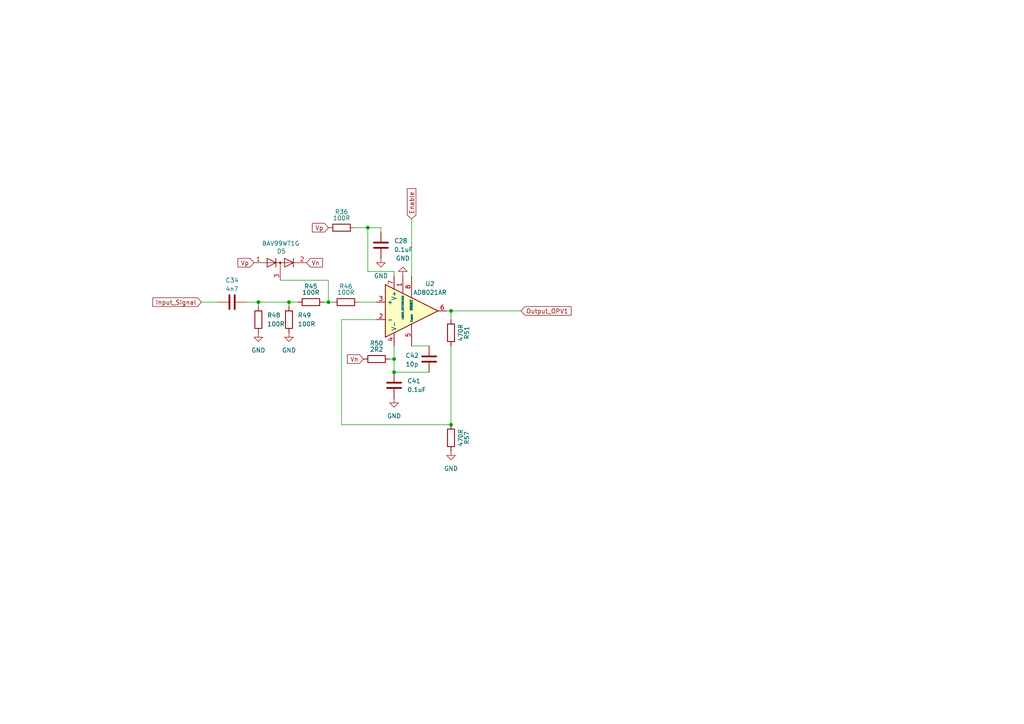
<source format=kicad_sch>
(kicad_sch (version 20231120) (generator "eeschema") (generator_version "8.0")
  (paper "A4")
  (lib_symbols
    (symbol "Amplifier_Operational:AD8021AR"
      (property "Reference" "U" (at 1.27 7.62 0))
      (property "Value" "AD8021AR" (at 1.27 5.08 0))
      (symbol "AD8021AR_0_1"
        (polyline (pts (xy -7.62 7.62) (xy 7.62 0) (xy -7.62 -7.62) (xy -7.62 7.62)) (stroke (width 0.254)) (fill (type background)))
      )
      (symbol "AD8021AR_1_1"
        (pin input line (at -2.54 10.16 270) (length 5.08) (name "LOGIC_REFERENCE") (number "1"))
        (pin input line (at -10.16 -2.54 0) (length 2.54) (name "-") (number "2"))
        (pin input line (at -10.16 2.54 0) (length 2.54) (name "+") (number "3"))
        (pin power_in line (at -5.08 -10.16 90) (length 3.81) (name "V-") (number "4"))
        (pin passive line (at 0 -10.16 90) (length 6.35) (name "C_{COMP}") (number "5"))
        (pin output line (at 10.16 0 180) (length 2.54) (name "~") (number "6"))
        (pin power_in line (at -5.08 10.16 270) (length 3.81) (name "V+") (number "7"))
        (pin input line (at 0 10.16 270) (length 6.35) (name "~{DISABLE}") (number "8"))
      )
    )
    (symbol "Device:C" (pin_numbers hide) (pin_names (offset 0.254))
      (property "Reference" "C" (at 0.635 2.54 0))
      (property "Value" "C" (at 0.635 -2.54 0))
      (symbol "C_0_1"
        (polyline (pts (xy -2.032 -0.762) (xy 2.032 -0.762)) (stroke (width 0.508)))
        (polyline (pts (xy -2.032 0.762) (xy 2.032 0.762)) (stroke (width 0.508)))
      )
      (symbol "C_1_1"
        (pin passive line (at 0 3.81 270) (length 2.794) (name "~") (number "1"))
        (pin passive line (at 0 -3.81 90) (length 2.794) (name "~") (number "2"))
      )
    )
    (symbol "Device:R" (pin_numbers hide) (pin_names (offset 0))
      (property "Reference" "R" (at 2.032 0 90))
      (property "Value" "R" (at 0 0 90))
      (symbol "R_0_1"
        (rectangle (start -1.016 -2.54) (end 1.016 2.54) (stroke (width 0.254)))
      )
      (symbol "R_1_1"
        (pin passive line (at 0 3.81 270) (length 1.27) (name "~") (number "1"))
        (pin passive line (at 0 -3.81 90) (length 1.27) (name "~") (number "2"))
      )
    )
    (symbol "Diode:BAV99" (pin_names hide)
      (property "Reference" "D" (at 0 5.08 0))
      (property "Value" "BAV99" (at 0 2.54 0))
      (symbol "BAV99_0_1"
        (polyline (pts (xy -5.08 0) (xy 5.08 0)))
      )
      (symbol "BAV99_1_1"
        (polyline (pts (xy 0 0) (xy 0 -2.54)))
        (polyline (pts (xy -1.27 -1.27) (xy -1.27 1.27) (xy -1.27 1.27)) (stroke (width 0.2032)))
        (polyline (pts (xy 3.81 1.27) (xy 3.81 -1.27) (xy 3.81 -1.27)) (stroke (width 0.2032)))
        (polyline (pts (xy -3.81 1.27) (xy -1.27 0) (xy -3.81 -1.27) (xy -3.81 1.27) (xy -3.81 1.27) (xy -3.81 1.27)) (stroke (width 0.2032)))
        (polyline (pts (xy 1.27 1.27) (xy 3.81 0) (xy 1.27 -1.27) (xy 1.27 1.27) (xy 1.27 1.27) (xy 1.27 1.27)) (stroke (width 0.2032)))
        (circle (center 0 0) (radius 0.254) (fill (type outline)))
        (pin passive line (at -7.62 0 0) (length 2.54) (name "K") (number "1"))
        (pin passive line (at 7.62 0 180) (length 2.54) (name "A") (number "2"))
        (pin passive line (at 0 -5.08 90) (length 2.54) (name "K") (number "3"))
      )
    )
    (symbol "power:GND" (power) (pin_numbers hide) (pin_names (offset 0) hide)
      (property "Value" "GND" (at 0 -3.81 0))
      (symbol "GND_0_1"
        (polyline (pts (xy 0 0) (xy 0 -1.27) (xy 1.27 -1.27) (xy 0 -2.54) (xy -1.27 -1.27) (xy 0 -1.27)))
      )
      (symbol "GND_1_1"
        (pin power_in line (at 0 0 270) (length 0) (name "~") (number "1"))
      )
    )
  )
  (junction (at 95.25 87.63))
  (junction (at 114.3 104.14))
  (junction (at 74.93 87.63))
  (junction (at 106.68 66.04))
  (junction (at 130.81 123.19))
  (junction (at 130.81 90.17))
  (junction (at 83.82 87.63))
  (junction (at 114.3 107.95))
  (wire (pts (xy 130.81 90.17) (xy 151.13 90.17)))
  (wire (pts (xy 99.06 92.71) (xy 109.22 92.71)))
  (wire (pts (xy 99.06 123.19) (xy 130.81 123.19)))
  (wire (pts (xy 124.46 100.33) (xy 119.38 100.33)))
  (wire (pts (xy 104.14 87.63) (xy 109.22 87.63)))
  (wire (pts (xy 114.3 80.01) (xy 114.3 78.74)))
  (wire (pts (xy 74.93 87.63) (xy 83.82 87.63)))
  (wire (pts (xy 95.25 81.28) (xy 95.25 87.63)))
  (wire (pts (xy 93.98 87.63) (xy 95.25 87.63)))
  (wire (pts (xy 110.49 66.04) (xy 106.68 66.04)))
  (wire (pts (xy 106.68 78.74) (xy 106.68 66.04)))
  (wire (pts (xy 114.3 100.33) (xy 114.3 104.14)))
  (wire (pts (xy 113.03 104.14) (xy 114.3 104.14)))
  (wire (pts (xy 71.12 87.63) (xy 74.93 87.63)))
  (wire (pts (xy 114.3 107.95) (xy 124.46 107.95)))
  (wire (pts (xy 119.38 63.5) (xy 119.38 80.01)))
  (wire (pts (xy 114.3 104.14) (xy 114.3 107.95)))
  (wire (pts (xy 58.42 87.63) (xy 63.5 87.63)))
  (wire (pts (xy 106.68 66.04) (xy 102.87 66.04)))
  (wire (pts (xy 83.82 87.63) (xy 86.36 87.63)))
  (wire (pts (xy 83.82 87.63) (xy 83.82 88.9)))
  (wire (pts (xy 114.3 78.74) (xy 106.68 78.74)))
  (wire (pts (xy 110.49 67.31) (xy 110.49 66.04)))
  (wire (pts (xy 74.93 87.63) (xy 74.93 88.9)))
  (wire (pts (xy 95.25 87.63) (xy 96.52 87.63)))
  (wire (pts (xy 130.81 90.17) (xy 130.81 92.71)))
  (wire (pts (xy 99.06 92.71) (xy 99.06 123.19)))
  (wire (pts (xy 130.81 100.33) (xy 130.81 123.19)))
  (wire (pts (xy 81.28 81.28) (xy 95.25 81.28)))
  (wire (pts (xy 129.54 90.17) (xy 130.81 90.17)))
  (global_label "Vn" (shape input) (at 88.9 76.2 0) (property "Intersheetrefs" "${INTERSHEET_REFS}" (effects (hide yes))))
  (global_label "Vp" (shape input) (at 95.25 66.04 180) (property "Intersheetrefs" "${INTERSHEET_REFS}" (effects (hide yes))))
  (global_label "Output_OPV1" (shape input) (at 151.13 90.17 0) (property "Intersheetrefs" "${INTERSHEET_REFS}" (effects (hide yes))))
  (global_label "Input_Signal" (shape input) (at 58.42 87.63 180) (property "Intersheetrefs" "${INTERSHEET_REFS}" (effects (hide yes))))
  (global_label "Enable" (shape input) (at 119.38 63.5 90) (property "Intersheetrefs" "${INTERSHEET_REFS}" (effects (hide yes))))
  (global_label "Vn" (shape input) (at 105.41 104.14 180) (property "Intersheetrefs" "${INTERSHEET_REFS}" (effects (hide yes))))
  (global_label "Vp" (shape input) (at 73.66 76.2 180) (property "Intersheetrefs" "${INTERSHEET_REFS}" (effects (hide yes))))
  (symbol (lib_id "Diode:BAV99") (at 81.28 76.2 0) (unit 1)
    (property "Reference" "D5" (at 80.264 72.898 0) (effects (justify left)))
    (property "Value" "BAV99WT1G" (at 75.946 70.612 0) (effects (justify left)))
    (property "Footprint" "Package_TO_SOT_SMD:SOT-323_SC-70" (effects (hide yes)))
    (property "Datasheet" "https://assets.nexperia.com/documents/data-sheet/BAV99_SER.pdf" (effects (hide yes)))
    (property "Description" "BAV99 High-speed switching diodes, SOT-23" (effects (hide yes)))
  )
  (symbol (lib_id "Device:C") (at 67.31 87.63 90) (unit 1)
    (property "Reference" "C34" (at 67.31 81.28 90))
    (property "Value" "4n7" (at 67.31 83.82 90))
    (property "Footprint" "Capacitor_SMD:C_0603_1608Metric_Pad1.08x0.95mm_HandSolder" (effects (hide yes)))
    (property "Description" "Unpolarized capacitor" (effects (hide yes)))
  )
  (symbol (lib_id "power:GND") (at 74.93 96.52 0) (unit 1)
    (property "Reference" "#PWR016" (effects (hide yes)))
    (property "Value" "GND" (at 74.93 101.6 0))
    (property "Description" "Power symbol creates a global label with name \"GND\" , ground" (effects (hide yes)))
  )
  (symbol (lib_id "power:GND") (at 114.3 115.57 0) (unit 1)
    (property "Reference" "#PWR019" (effects (hide yes)))
    (property "Value" "GND" (at 114.3 120.65 0))
    (property "Description" "Power symbol creates a global label with name \"GND\" , ground" (effects (hide yes)))
  )
  (symbol (lib_id "power:GND") (at 110.49 74.93 0) (unit 1)
    (property "Reference" "#PWR018" (effects (hide yes)))
    (property "Value" "GND" (at 110.49 80.01 0))
    (property "Description" "Power symbol creates a global label with name \"GND\" , ground" (effects (hide yes)))
  )
  (symbol (lib_id "power:GND") (at 116.84 80.01 180) (unit 1)
    (property "Reference" "#PWR020" (effects (hide yes)))
    (property "Value" "GND" (at 116.84 74.93 0))
    (property "Description" "Power symbol creates a global label with name \"GND\" , ground" (effects (hide yes)))
  )
  (symbol (lib_id "Device:R") (at 130.81 96.52 180) (unit 1)
    (property "Reference" "R51" (at 135.382 96.52 90))
    (property "Value" "470R" (at 133.604 96.52 90))
    (property "Footprint" "Resistor_SMD:R_0603_1608Metric_Pad0.98x0.95mm_HandSolder" (effects (hide yes)))
    (property "Description" "Resistor" (effects (hide yes)))
  )
  (symbol (lib_id "Device:R") (at 90.17 87.63 270) (unit 1)
    (property "Reference" "R45" (at 90.17 83.058 90))
    (property "Value" "100R" (at 90.17 84.836 90))
    (property "Footprint" "Resistor_SMD:R_0603_1608Metric_Pad0.98x0.95mm_HandSolder" (effects (hide yes)))
    (property "Description" "Resistor" (effects (hide yes)))
  )
  (symbol (lib_id "power:GND") (at 130.81 130.81 0) (unit 1)
    (property "Reference" "#PWR021" (effects (hide yes)))
    (property "Value" "GND" (at 130.81 135.89 0))
    (property "Description" "Power symbol creates a global label with name \"GND\" , ground" (effects (hide yes)))
  )
  (symbol (lib_id "Device:R") (at 130.81 127 180) (unit 1)
    (property "Reference" "R57" (at 135.382 127 90))
    (property "Value" "470R" (at 133.604 127 90))
    (property "Footprint" "Resistor_SMD:R_0603_1608Metric_Pad0.98x0.95mm_HandSolder" (effects (hide yes)))
    (property "Description" "Resistor" (effects (hide yes)))
  )
  (symbol (lib_id "Device:R") (at 100.33 87.63 270) (unit 1)
    (property "Reference" "R46" (at 100.33 83.058 90))
    (property "Value" "100R" (at 100.33 84.836 90))
    (property "Footprint" "Resistor_SMD:R_0603_1608Metric_Pad0.98x0.95mm_HandSolder" (effects (hide yes)))
    (property "Description" "Resistor" (effects (hide yes)))
  )
  (symbol (lib_id "Device:R") (at 99.06 66.04 270) (unit 1)
    (property "Reference" "R36" (at 99.06 61.468 90))
    (property "Value" "100R" (at 99.06 63.246 90))
    (property "Footprint" "Resistor_SMD:R_0603_1608Metric_Pad0.98x0.95mm_HandSolder" (effects (hide yes)))
    (property "Description" "Resistor" (effects (hide yes)))
  )
  (symbol (lib_id "Device:C") (at 110.49 71.12 0) (unit 1)
    (property "Reference" "C28" (at 114.3 69.8499 0) (effects (justify left)))
    (property "Value" "0.1uF" (at 114.3 72.3899 0) (effects (justify left)))
    (property "Footprint" "Capacitor_SMD:C_0603_1608Metric_Pad1.08x0.95mm_HandSolder" (effects (hide yes)))
    (property "Description" "Unpolarized capacitor" (effects (hide yes)))
  )
  (symbol (lib_id "Device:C") (at 114.3 111.76 0) (unit 1)
    (property "Reference" "C41" (at 118.11 110.4899 0) (effects (justify left)))
    (property "Value" "0.1uF" (at 118.11 113.0299 0) (effects (justify left)))
    (property "Footprint" "Capacitor_SMD:C_0603_1608Metric_Pad1.08x0.95mm_HandSolder" (effects (hide yes)))
    (property "Description" "Unpolarized capacitor" (effects (hide yes)))
  )
  (symbol (lib_id "Device:R") (at 74.93 92.71 0) (unit 1)
    (property "Reference" "R48" (at 77.47 91.4399 0) (effects (justify left)))
    (property "Value" "100R" (at 77.47 93.9799 0) (effects (justify left)))
    (property "Footprint" "Resistor_SMD:R_0603_1608Metric_Pad0.98x0.95mm_HandSolder" (effects (hide yes)))
    (property "Description" "Resistor" (effects (hide yes)))
  )
  (symbol (lib_id "Device:C") (at 124.46 104.14 0) (unit 1)
    (property "Reference" "C42" (at 117.602 103.124 0) (effects (justify left)))
    (property "Value" "10p" (at 117.602 105.664 0) (effects (justify left)))
    (property "Footprint" "Capacitor_SMD:C_0603_1608Metric_Pad1.08x0.95mm_HandSolder" (effects (hide yes)))
    (property "Description" "Unpolarized capacitor" (effects (hide yes)))
  )
  (symbol (lib_id "Device:R") (at 83.82 92.71 0) (unit 1)
    (property "Reference" "R49" (at 86.36 91.4399 0) (effects (justify left)))
    (property "Value" "100R" (at 86.36 93.9799 0) (effects (justify left)))
    (property "Footprint" "Resistor_SMD:R_0603_1608Metric_Pad0.98x0.95mm_HandSolder" (effects (hide yes)))
    (property "Description" "Resistor" (effects (hide yes)))
  )
  (symbol (lib_id "power:GND") (at 83.82 96.52 0) (unit 1)
    (property "Reference" "#PWR017" (effects (hide yes)))
    (property "Value" "GND" (at 83.82 101.6 0))
    (property "Description" "Power symbol creates a global label with name \"GND\" , ground" (effects (hide yes)))
  )
  (symbol (lib_id "Amplifier_Operational:AD8021AR") (at 119.38 90.17 0) (unit 1)
    (property "Reference" "U2" (at 124.714 82.296 0))
    (property "Value" "AD8021AR" (at 124.714 84.836 0))
    (property "Footprint" "Package_SO:SOIC-8_3.9x4.9mm_P1.27mm" (effects (hide yes)))
    (property "Datasheet" "https://www.analog.com/media/en/technical-documentation/data-sheets/AD8021.pdf" (effects (hide yes)))
    (property "Description" "Operational Amplifier, 4.5-24V single/dual supply, low noise, high speed, SOIC-8" (effects (hide yes)))
  )
  (symbol (lib_id "Device:R") (at 109.22 104.14 270) (unit 1)
    (property "Reference" "R50" (at 109.22 99.568 90))
    (property "Value" "2R2" (at 109.22 101.346 90))
    (property "Footprint" "Resistor_SMD:R_0603_1608Metric_Pad0.98x0.95mm_HandSolder" (effects (hide yes)))
    (property "Description" "Resistor" (effects (hide yes)))
  )
)
</source>
